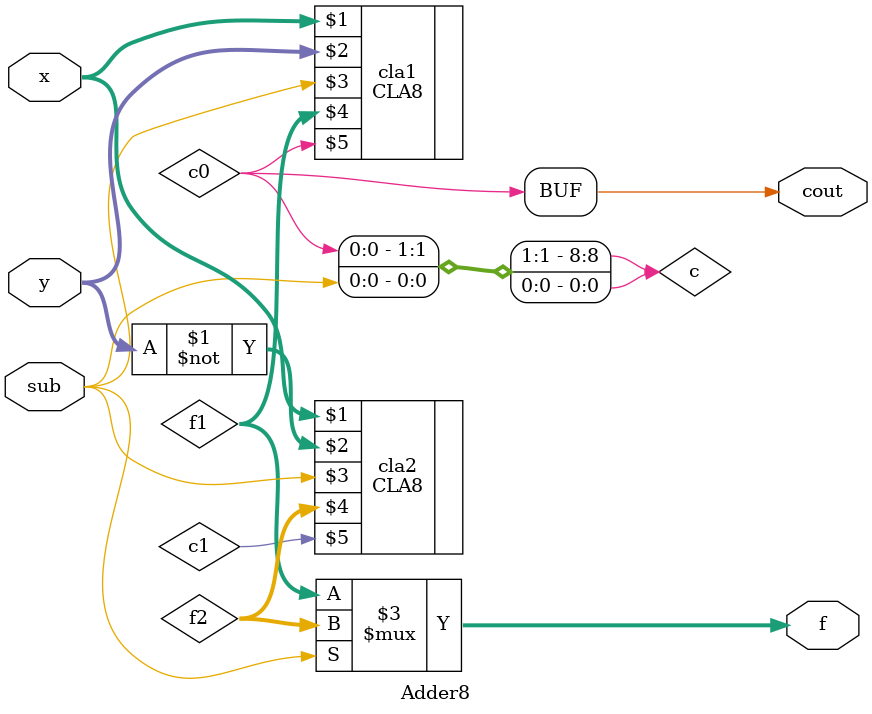
<source format=v>
`timescale 1ns / 1ps


module Adder8(
    input [7:0] x, y,
    input sub,
    output [7:0] f,
    output cout
    );
    wire [8:0] c;
    assign c[0] = sub;
    wire [7:0] f1;
    wire c0, c1;
    CLA8 cla1(x[7:0], y[7:0], c[0], f1[7:0], c0);
    wire [7:0] f2;
    CLA8 cla2(x[7:0], ~y[7:0], c[0], f2[7:0], c1);
    assign f = (sub == 0) ? f1 : f2;
    assign c[8] = c0;
    assign cout = c0;
endmodule

</source>
